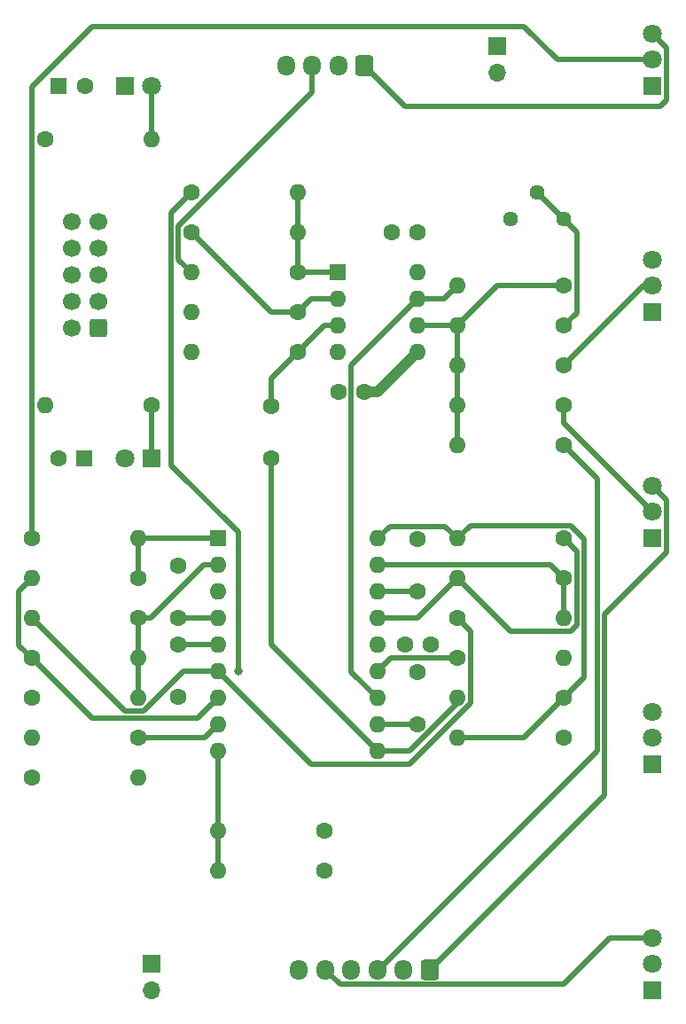
<source format=gtl>
G04 #@! TF.GenerationSoftware,KiCad,Pcbnew,(6.0.5)*
G04 #@! TF.CreationDate,2022-10-09T17:06:01+09:00*
G04 #@! TF.ProjectId,3320LPF,33333230-4c50-4462-9e6b-696361645f70,Ver.1.0*
G04 #@! TF.SameCoordinates,Original*
G04 #@! TF.FileFunction,Copper,L1,Top*
G04 #@! TF.FilePolarity,Positive*
%FSLAX46Y46*%
G04 Gerber Fmt 4.6, Leading zero omitted, Abs format (unit mm)*
G04 Created by KiCad (PCBNEW (6.0.5)) date 2022-10-09 17:06:01*
%MOMM*%
%LPD*%
G01*
G04 APERTURE LIST*
G04 Aperture macros list*
%AMRoundRect*
0 Rectangle with rounded corners*
0 $1 Rounding radius*
0 $2 $3 $4 $5 $6 $7 $8 $9 X,Y pos of 4 corners*
0 Add a 4 corners polygon primitive as box body*
4,1,4,$2,$3,$4,$5,$6,$7,$8,$9,$2,$3,0*
0 Add four circle primitives for the rounded corners*
1,1,$1+$1,$2,$3*
1,1,$1+$1,$4,$5*
1,1,$1+$1,$6,$7*
1,1,$1+$1,$8,$9*
0 Add four rect primitives between the rounded corners*
20,1,$1+$1,$2,$3,$4,$5,0*
20,1,$1+$1,$4,$5,$6,$7,0*
20,1,$1+$1,$6,$7,$8,$9,0*
20,1,$1+$1,$8,$9,$2,$3,0*%
G04 Aperture macros list end*
G04 #@! TA.AperFunction,ComponentPad*
%ADD10C,1.600000*%
G04 #@! TD*
G04 #@! TA.AperFunction,ComponentPad*
%ADD11O,1.600000X1.600000*%
G04 #@! TD*
G04 #@! TA.AperFunction,ComponentPad*
%ADD12R,1.700000X1.700000*%
G04 #@! TD*
G04 #@! TA.AperFunction,ComponentPad*
%ADD13O,1.700000X1.700000*%
G04 #@! TD*
G04 #@! TA.AperFunction,ComponentPad*
%ADD14R,1.800000X1.800000*%
G04 #@! TD*
G04 #@! TA.AperFunction,ComponentPad*
%ADD15C,1.800000*%
G04 #@! TD*
G04 #@! TA.AperFunction,ComponentPad*
%ADD16R,1.600000X1.600000*%
G04 #@! TD*
G04 #@! TA.AperFunction,ComponentPad*
%ADD17RoundRect,0.250000X0.600000X0.725000X-0.600000X0.725000X-0.600000X-0.725000X0.600000X-0.725000X0*%
G04 #@! TD*
G04 #@! TA.AperFunction,ComponentPad*
%ADD18O,1.700000X1.950000*%
G04 #@! TD*
G04 #@! TA.AperFunction,ComponentPad*
%ADD19C,1.440000*%
G04 #@! TD*
G04 #@! TA.AperFunction,ComponentPad*
%ADD20RoundRect,0.250000X0.600000X0.600000X-0.600000X0.600000X-0.600000X-0.600000X0.600000X-0.600000X0*%
G04 #@! TD*
G04 #@! TA.AperFunction,ComponentPad*
%ADD21C,1.700000*%
G04 #@! TD*
G04 #@! TA.AperFunction,ViaPad*
%ADD22C,0.800000*%
G04 #@! TD*
G04 #@! TA.AperFunction,Conductor*
%ADD23C,1.000000*%
G04 #@! TD*
G04 #@! TA.AperFunction,Conductor*
%ADD24C,0.500000*%
G04 #@! TD*
G04 APERTURE END LIST*
D10*
G04 #@! TO.P,R18,1*
G04 #@! TO.N,Net-(R16-Pad2)*
X162560000Y-116840000D03*
D11*
G04 #@! TO.P,R18,2*
G04 #@! TO.N,Net-(C10-Pad1)*
X152400000Y-116840000D03*
G04 #@! TD*
D12*
G04 #@! TO.P,J3,1,Pin_1*
G04 #@! TO.N,GND*
X156210000Y-54610000D03*
D13*
G04 #@! TO.P,J3,2,Pin_2*
X156210000Y-57150000D03*
G04 #@! TD*
D14*
G04 #@! TO.P,RV6,1,1*
G04 #@! TO.N,GND*
X171050000Y-123150000D03*
D15*
G04 #@! TO.P,RV6,2,2*
G04 #@! TO.N,Net-(R21-Pad1)*
X171050000Y-120650000D03*
G04 #@! TO.P,RV6,3,3*
G04 #@! TO.N,+12V*
X171050000Y-118150000D03*
G04 #@! TD*
D14*
G04 #@! TO.P,RV2,1,1*
G04 #@! TO.N,GND*
X171050000Y-101560000D03*
D15*
G04 #@! TO.P,RV2,2,2*
G04 #@! TO.N,Net-(R1-Pad1)*
X171050000Y-99060000D03*
G04 #@! TO.P,RV2,3,3*
G04 #@! TO.N,FREQ_CV1*
X171050000Y-96560000D03*
G04 #@! TD*
D10*
G04 #@! TO.P,R20,1*
G04 #@! TO.N,Net-(R20-Pad1)*
X139700000Y-133350000D03*
D11*
G04 #@! TO.P,R20,2*
G04 #@! TO.N,Net-(R20-Pad2)*
X129540000Y-133350000D03*
G04 #@! TD*
D10*
G04 #@! TO.P,C8,1*
G04 #@! TO.N,Net-(C8-Pad1)*
X148590000Y-119340000D03*
G04 #@! TO.P,C8,2*
G04 #@! TO.N,GND*
X148590000Y-114340000D03*
G04 #@! TD*
D14*
G04 #@! TO.P,D2,1,K*
G04 #@! TO.N,Net-(D2-Pad1)*
X123190000Y-93980000D03*
D15*
G04 #@! TO.P,D2,2,A*
G04 #@! TO.N,GND*
X120650000Y-93980000D03*
G04 #@! TD*
D10*
G04 #@! TO.P,C7,1*
G04 #@! TO.N,Net-(C7-Pad1)*
X148590000Y-106680000D03*
G04 #@! TO.P,C7,2*
G04 #@! TO.N,GND*
X148590000Y-101680000D03*
G04 #@! TD*
G04 #@! TO.P,C9,1*
G04 #@! TO.N,GND*
X149860000Y-111760000D03*
G04 #@! TO.P,C9,2*
G04 #@! TO.N,+12V*
X147360000Y-111760000D03*
G04 #@! TD*
G04 #@! TO.P,R23,1*
G04 #@! TO.N,Net-(R23-Pad1)*
X121920000Y-120650000D03*
D11*
G04 #@! TO.P,R23,2*
G04 #@! TO.N,GND*
X111760000Y-120650000D03*
G04 #@! TD*
D10*
G04 #@! TO.P,R3,1*
G04 #@! TO.N,Net-(R3-Pad1)*
X162560000Y-85090000D03*
D11*
G04 #@! TO.P,R3,2*
G04 #@! TO.N,Net-(R1-Pad2)*
X152400000Y-85090000D03*
G04 #@! TD*
D10*
G04 #@! TO.P,R7,1*
G04 #@! TO.N,Net-(R1-Pad2)*
X162560000Y-77470000D03*
D11*
G04 #@! TO.P,R7,2*
G04 #@! TO.N,Net-(R7-Pad2)*
X152400000Y-77470000D03*
G04 #@! TD*
D14*
G04 #@! TO.P,RV1,1,1*
G04 #@! TO.N,GND*
X171050000Y-58380000D03*
D15*
G04 #@! TO.P,RV1,2,2*
G04 #@! TO.N,Net-(R8-Pad1)*
X171050000Y-55880000D03*
G04 #@! TO.P,RV1,3,3*
G04 #@! TO.N,IN*
X171050000Y-53380000D03*
G04 #@! TD*
D16*
G04 #@! TO.P,C2,1*
G04 #@! TO.N,GND*
X116775113Y-93980000D03*
D10*
G04 #@! TO.P,C2,2*
G04 #@! TO.N,-12V*
X114275113Y-93980000D03*
G04 #@! TD*
G04 #@! TO.P,R17,1*
G04 #@! TO.N,-12V*
X162560000Y-120650000D03*
D11*
G04 #@! TO.P,R17,2*
G04 #@! TO.N,Net-(R16-Pad2)*
X152400000Y-120650000D03*
G04 #@! TD*
D10*
G04 #@! TO.P,C6,1*
G04 #@! TO.N,Net-(C6-Pad1)*
X125730000Y-109180000D03*
G04 #@! TO.P,C6,2*
G04 #@! TO.N,GND*
X125730000Y-104180000D03*
G04 #@! TD*
G04 #@! TO.P,R21,1*
G04 #@! TO.N,Net-(R21-Pad1)*
X139700000Y-129540000D03*
D11*
G04 #@! TO.P,R21,2*
G04 #@! TO.N,Net-(R20-Pad2)*
X129540000Y-129540000D03*
G04 #@! TD*
D10*
G04 #@! TO.P,R26,1*
G04 #@! TO.N,Net-(R24-Pad1)*
X127000000Y-72390000D03*
D11*
G04 #@! TO.P,R26,2*
G04 #@! TO.N,Net-(R25-Pad2)*
X137160000Y-72390000D03*
G04 #@! TD*
D10*
G04 #@! TO.P,C3,1*
G04 #@! TO.N,+12V*
X148590000Y-72390000D03*
G04 #@! TO.P,C3,2*
G04 #@! TO.N,GND*
X146090000Y-72390000D03*
G04 #@! TD*
D14*
G04 #@! TO.P,D1,1,K*
G04 #@! TO.N,GND*
X120650000Y-58420000D03*
D15*
G04 #@! TO.P,D1,2,A*
G04 #@! TO.N,Net-(R5-Pad2)*
X123190000Y-58420000D03*
G04 #@! TD*
D10*
G04 #@! TO.P,R4,1*
G04 #@! TO.N,Net-(R4-Pad1)*
X162560000Y-81280000D03*
D11*
G04 #@! TO.P,R4,2*
G04 #@! TO.N,Net-(R1-Pad2)*
X152400000Y-81280000D03*
G04 #@! TD*
D10*
G04 #@! TO.P,R1,1*
G04 #@! TO.N,Net-(R1-Pad1)*
X162560000Y-88900000D03*
D11*
G04 #@! TO.P,R1,2*
G04 #@! TO.N,Net-(R1-Pad2)*
X152400000Y-88900000D03*
G04 #@! TD*
D16*
G04 #@! TO.P,U2,1*
G04 #@! TO.N,Net-(R25-Pad2)*
X140970000Y-76200000D03*
D11*
G04 #@! TO.P,U2,2,-*
G04 #@! TO.N,Net-(R24-Pad1)*
X140970000Y-78740000D03*
G04 #@! TO.P,U2,3,+*
G04 #@! TO.N,Net-(C10-Pad2)*
X140970000Y-81280000D03*
G04 #@! TO.P,U2,4,V-*
G04 #@! TO.N,-12V*
X140970000Y-83820000D03*
G04 #@! TO.P,U2,5,+*
G04 #@! TO.N,GND*
X148590000Y-83820000D03*
G04 #@! TO.P,U2,6,-*
G04 #@! TO.N,Net-(R1-Pad2)*
X148590000Y-81280000D03*
G04 #@! TO.P,U2,7*
G04 #@! TO.N,Net-(R7-Pad2)*
X148590000Y-78740000D03*
G04 #@! TO.P,U2,8,V+*
G04 #@! TO.N,+12V*
X148590000Y-76200000D03*
G04 #@! TD*
D10*
G04 #@! TO.P,R2,1*
G04 #@! TO.N,FREQ_CV2*
X162560000Y-92710000D03*
D11*
G04 #@! TO.P,R2,2*
G04 #@! TO.N,Net-(R1-Pad2)*
X152400000Y-92710000D03*
G04 #@! TD*
D14*
G04 #@! TO.P,RV5,1,1*
G04 #@! TO.N,GND*
X171050000Y-144740000D03*
D15*
G04 #@! TO.P,RV5,2,2*
G04 #@! TO.N,Net-(R20-Pad1)*
X171050000Y-142240000D03*
G04 #@! TO.P,RV5,3,3*
G04 #@! TO.N,RES_CV*
X171050000Y-139740000D03*
G04 #@! TD*
D17*
G04 #@! TO.P,J5,1,Pin_1*
G04 #@! TO.N,FREQ_CV1*
X149760000Y-142765000D03*
D18*
G04 #@! TO.P,J5,2,Pin_2*
G04 #@! TO.N,GND*
X147260000Y-142765000D03*
G04 #@! TO.P,J5,3,Pin_3*
G04 #@! TO.N,FREQ_CV2*
X144760000Y-142765000D03*
G04 #@! TO.P,J5,4,Pin_4*
G04 #@! TO.N,GND*
X142260000Y-142765000D03*
G04 #@! TO.P,J5,5,Pin_5*
G04 #@! TO.N,RES_CV*
X139760000Y-142765000D03*
G04 #@! TO.P,J5,6,Pin_6*
G04 #@! TO.N,GND*
X137260000Y-142765000D03*
G04 #@! TD*
D12*
G04 #@! TO.P,J2,1,Pin_1*
G04 #@! TO.N,GND*
X123190000Y-142240000D03*
D13*
G04 #@! TO.P,J2,2,Pin_2*
X123190000Y-144780000D03*
G04 #@! TD*
D10*
G04 #@! TO.P,C10,1*
G04 #@! TO.N,Net-(C10-Pad1)*
X134620000Y-93940000D03*
G04 #@! TO.P,C10,2*
G04 #@! TO.N,Net-(C10-Pad2)*
X134620000Y-88940000D03*
G04 #@! TD*
D19*
G04 #@! TO.P,RV4,1,1*
G04 #@! TO.N,-12V*
X157480000Y-71120000D03*
G04 #@! TO.P,RV4,2,2*
G04 #@! TO.N,Net-(R4-Pad1)*
X160020000Y-68580000D03*
G04 #@! TO.P,RV4,3,3*
X162560000Y-71120000D03*
G04 #@! TD*
D10*
G04 #@! TO.P,C5,1*
G04 #@! TO.N,Net-(C5-Pad1)*
X125730000Y-111720000D03*
G04 #@! TO.P,C5,2*
G04 #@! TO.N,GND*
X125730000Y-116720000D03*
G04 #@! TD*
D17*
G04 #@! TO.P,J4,1,Pin_1*
G04 #@! TO.N,IN*
X143510000Y-56405000D03*
D18*
G04 #@! TO.P,J4,2,Pin_2*
G04 #@! TO.N,GND*
X141010000Y-56405000D03*
G04 #@! TO.P,J4,3,Pin_3*
G04 #@! TO.N,OUT*
X138510000Y-56405000D03*
G04 #@! TO.P,J4,4,Pin_4*
G04 #@! TO.N,GND*
X136010000Y-56405000D03*
G04 #@! TD*
D10*
G04 #@! TO.P,C4,1*
G04 #@! TO.N,GND*
X143510000Y-87630000D03*
G04 #@! TO.P,C4,2*
G04 #@! TO.N,-12V*
X141010000Y-87630000D03*
G04 #@! TD*
D16*
G04 #@! TO.P,U1,1,IN1*
G04 #@! TO.N,Net-(R8-Pad2)*
X129540000Y-101600000D03*
D11*
G04 #@! TO.P,U1,2,IN2*
G04 #@! TO.N,Net-(R10-Pad2)*
X129540000Y-104140000D03*
G04 #@! TO.P,U1,3,GND*
G04 #@! TO.N,GND*
X129540000Y-106680000D03*
G04 #@! TO.P,U1,4,CAP2*
G04 #@! TO.N,Net-(C6-Pad1)*
X129540000Y-109220000D03*
G04 #@! TO.P,U1,5,CAP1*
G04 #@! TO.N,Net-(C5-Pad1)*
X129540000Y-111760000D03*
G04 #@! TO.P,U1,6,OUT2*
G04 #@! TO.N,Net-(R12-Pad2)*
X129540000Y-114300000D03*
G04 #@! TO.P,U1,7,OUT1*
G04 #@! TO.N,Net-(R10-Pad1)*
X129540000Y-116840000D03*
G04 #@! TO.P,U1,8,VRES*
G04 #@! TO.N,Net-(R23-Pad1)*
X129540000Y-119380000D03*
G04 #@! TO.P,U1,9,IRES*
G04 #@! TO.N,Net-(R20-Pad2)*
X129540000Y-121920000D03*
G04 #@! TO.P,U1,10,OUT4*
G04 #@! TO.N,Net-(C10-Pad1)*
X144780000Y-121920000D03*
G04 #@! TO.P,U1,11,CAP4*
G04 #@! TO.N,Net-(C8-Pad1)*
X144780000Y-119380000D03*
G04 #@! TO.P,U1,12,VCFI*
G04 #@! TO.N,Net-(R7-Pad2)*
X144780000Y-116840000D03*
G04 #@! TO.P,U1,13,VEE*
G04 #@! TO.N,Net-(R19-Pad1)*
X144780000Y-114300000D03*
G04 #@! TO.P,U1,14,VCC*
G04 #@! TO.N,+12V*
X144780000Y-111760000D03*
G04 #@! TO.P,U1,15,OUT3*
G04 #@! TO.N,Net-(R15-Pad2)*
X144780000Y-109220000D03*
G04 #@! TO.P,U1,16,CAP3*
G04 #@! TO.N,Net-(C7-Pad1)*
X144780000Y-106680000D03*
G04 #@! TO.P,U1,17,IN3*
G04 #@! TO.N,Net-(R13-Pad2)*
X144780000Y-104140000D03*
G04 #@! TO.P,U1,18,IN4*
G04 #@! TO.N,Net-(R16-Pad2)*
X144780000Y-101600000D03*
G04 #@! TD*
D10*
G04 #@! TO.P,R19,1*
G04 #@! TO.N,Net-(R19-Pad1)*
X152400000Y-113030000D03*
D11*
G04 #@! TO.P,R19,2*
G04 #@! TO.N,-12V*
X162560000Y-113030000D03*
G04 #@! TD*
D10*
G04 #@! TO.P,R25,1*
G04 #@! TO.N,Net-(R23-Pad1)*
X127000000Y-68580000D03*
D11*
G04 #@! TO.P,R25,2*
G04 #@! TO.N,Net-(R25-Pad2)*
X137160000Y-68580000D03*
G04 #@! TD*
D10*
G04 #@! TO.P,R9,1*
G04 #@! TO.N,Net-(R8-Pad2)*
X121920000Y-105410000D03*
D11*
G04 #@! TO.P,R9,2*
G04 #@! TO.N,Net-(R10-Pad1)*
X111760000Y-105410000D03*
G04 #@! TD*
D10*
G04 #@! TO.P,R24,1*
G04 #@! TO.N,Net-(R24-Pad1)*
X137160000Y-80010000D03*
D11*
G04 #@! TO.P,R24,2*
G04 #@! TO.N,GND*
X127000000Y-80010000D03*
G04 #@! TD*
D16*
G04 #@! TO.P,C1,1*
G04 #@! TO.N,+12V*
X114300000Y-58420000D03*
D10*
G04 #@! TO.P,C1,2*
G04 #@! TO.N,GND*
X116800000Y-58420000D03*
G04 #@! TD*
G04 #@! TO.P,R8,1*
G04 #@! TO.N,Net-(R8-Pad1)*
X111760000Y-101600000D03*
D11*
G04 #@! TO.P,R8,2*
G04 #@! TO.N,Net-(R8-Pad2)*
X121920000Y-101600000D03*
G04 #@! TD*
D10*
G04 #@! TO.P,R13,1*
G04 #@! TO.N,Net-(R12-Pad2)*
X152400000Y-109220000D03*
D11*
G04 #@! TO.P,R13,2*
G04 #@! TO.N,Net-(R13-Pad2)*
X162560000Y-109220000D03*
G04 #@! TD*
D10*
G04 #@! TO.P,R11,1*
G04 #@! TO.N,-12V*
X111760000Y-116840000D03*
D11*
G04 #@! TO.P,R11,2*
G04 #@! TO.N,Net-(R10-Pad2)*
X121920000Y-116840000D03*
G04 #@! TD*
D10*
G04 #@! TO.P,R5,1*
G04 #@! TO.N,+12V*
X113030000Y-63500000D03*
D11*
G04 #@! TO.P,R5,2*
G04 #@! TO.N,Net-(R5-Pad2)*
X123190000Y-63500000D03*
G04 #@! TD*
D10*
G04 #@! TO.P,R27,1*
G04 #@! TO.N,Net-(R25-Pad2)*
X137160000Y-76200000D03*
D11*
G04 #@! TO.P,R27,2*
G04 #@! TO.N,OUT*
X127000000Y-76200000D03*
G04 #@! TD*
D10*
G04 #@! TO.P,R12,1*
G04 #@! TO.N,Net-(R10-Pad2)*
X121920000Y-109220000D03*
D11*
G04 #@! TO.P,R12,2*
G04 #@! TO.N,Net-(R12-Pad2)*
X111760000Y-109220000D03*
G04 #@! TD*
D10*
G04 #@! TO.P,R16,1*
G04 #@! TO.N,Net-(R15-Pad2)*
X162560000Y-101600000D03*
D11*
G04 #@! TO.P,R16,2*
G04 #@! TO.N,Net-(R16-Pad2)*
X152400000Y-101600000D03*
G04 #@! TD*
D10*
G04 #@! TO.P,R10,1*
G04 #@! TO.N,Net-(R10-Pad1)*
X111760000Y-113030000D03*
D11*
G04 #@! TO.P,R10,2*
G04 #@! TO.N,Net-(R10-Pad2)*
X121920000Y-113030000D03*
G04 #@! TD*
D10*
G04 #@! TO.P,R22,1*
G04 #@! TO.N,Net-(C10-Pad2)*
X137160000Y-83820000D03*
D11*
G04 #@! TO.P,R22,2*
G04 #@! TO.N,GND*
X127000000Y-83820000D03*
G04 #@! TD*
D10*
G04 #@! TO.P,R14,1*
G04 #@! TO.N,-12V*
X111760000Y-124460000D03*
D11*
G04 #@! TO.P,R14,2*
G04 #@! TO.N,Net-(R13-Pad2)*
X121920000Y-124460000D03*
G04 #@! TD*
D14*
G04 #@! TO.P,RV3,1,1*
G04 #@! TO.N,GND*
X171050000Y-79970000D03*
D15*
G04 #@! TO.P,RV3,2,2*
G04 #@! TO.N,Net-(R3-Pad1)*
X171050000Y-77470000D03*
G04 #@! TO.P,RV3,3,3*
G04 #@! TO.N,+12V*
X171050000Y-74970000D03*
G04 #@! TD*
D10*
G04 #@! TO.P,R6,1*
G04 #@! TO.N,Net-(D2-Pad1)*
X123190000Y-88900000D03*
D11*
G04 #@! TO.P,R6,2*
G04 #@! TO.N,-12V*
X113030000Y-88900000D03*
G04 #@! TD*
D20*
G04 #@! TO.P,J1,1,Pin_1*
G04 #@! TO.N,-12V*
X118110000Y-81534000D03*
D21*
G04 #@! TO.P,J1,2,Pin_2*
X115570000Y-81534000D03*
G04 #@! TO.P,J1,3,Pin_3*
G04 #@! TO.N,GND*
X118110000Y-78994000D03*
G04 #@! TO.P,J1,4,Pin_4*
X115570000Y-78994000D03*
G04 #@! TO.P,J1,5,Pin_5*
X118110000Y-76454000D03*
G04 #@! TO.P,J1,6,Pin_6*
X115570000Y-76454000D03*
G04 #@! TO.P,J1,7,Pin_7*
X118110000Y-73914000D03*
G04 #@! TO.P,J1,8,Pin_8*
X115570000Y-73914000D03*
G04 #@! TO.P,J1,9,Pin_9*
G04 #@! TO.N,+12V*
X118110000Y-71374000D03*
G04 #@! TO.P,J1,10,Pin_10*
X115570000Y-71374000D03*
G04 #@! TD*
D10*
G04 #@! TO.P,R15,1*
G04 #@! TO.N,Net-(R13-Pad2)*
X162560000Y-105410000D03*
D11*
G04 #@! TO.P,R15,2*
G04 #@! TO.N,Net-(R15-Pad2)*
X152400000Y-105410000D03*
G04 #@! TD*
D22*
G04 #@! TO.N,Net-(R23-Pad1)*
X131445000Y-114300000D03*
G04 #@! TD*
D23*
G04 #@! TO.N,GND*
X143510000Y-87630000D02*
X144780000Y-87630000D01*
X144780000Y-87630000D02*
X148590000Y-83820000D01*
D24*
G04 #@! TO.N,Net-(C5-Pad1)*
X129500000Y-111720000D02*
X129540000Y-111760000D01*
X125730000Y-111720000D02*
X129500000Y-111720000D01*
G04 #@! TO.N,Net-(C6-Pad1)*
X125730000Y-109180000D02*
X129500000Y-109180000D01*
X129500000Y-109180000D02*
X129540000Y-109220000D01*
G04 #@! TO.N,Net-(C7-Pad1)*
X144780000Y-106680000D02*
X148590000Y-106680000D01*
G04 #@! TO.N,Net-(C8-Pad1)*
X148550000Y-119380000D02*
X148590000Y-119340000D01*
X144780000Y-119380000D02*
X148550000Y-119380000D01*
G04 #@! TO.N,Net-(C10-Pad1)*
X134620000Y-111760000D02*
X134620000Y-93940000D01*
X144780000Y-121920000D02*
X147777076Y-121920000D01*
X147777076Y-121920000D02*
X152400000Y-117297076D01*
X144780000Y-121920000D02*
X134620000Y-111760000D01*
X152400000Y-117297076D02*
X152400000Y-116840000D01*
G04 #@! TO.N,Net-(C10-Pad2)*
X134620000Y-88940000D02*
X134620000Y-86360000D01*
X139700000Y-81280000D02*
X137160000Y-83820000D01*
X140970000Y-81280000D02*
X139700000Y-81280000D01*
X134620000Y-86360000D02*
X137160000Y-83820000D01*
G04 #@! TO.N,IN*
X172399511Y-54729511D02*
X172399511Y-59729511D01*
X171050000Y-53380000D02*
X172399511Y-54729511D01*
X147430000Y-60325000D02*
X143510000Y-56405000D01*
X172399511Y-59729511D02*
X171804022Y-60325000D01*
X171804022Y-60325000D02*
X147430000Y-60325000D01*
G04 #@! TO.N,OUT*
X127000000Y-76200000D02*
X125750489Y-74950489D01*
X138510000Y-58975000D02*
X138510000Y-56405000D01*
X125750489Y-71734511D02*
X138510000Y-58975000D01*
X125750489Y-74950489D02*
X125750489Y-71734511D01*
G04 #@! TO.N,FREQ_CV1*
X172399511Y-97909511D02*
X171050000Y-96560000D01*
X166434519Y-121625249D02*
X166434519Y-108874503D01*
X172399511Y-102909511D02*
X172399511Y-97909511D01*
X149760000Y-142765000D02*
X166434520Y-126090480D01*
X166434519Y-108874503D02*
X172399511Y-102909511D01*
X166434520Y-126090480D02*
X166434519Y-121625249D01*
G04 #@! TO.N,FREQ_CV2*
X165735000Y-95885000D02*
X162560000Y-92710000D01*
X144885000Y-142765000D02*
X165735000Y-121915000D01*
X144760000Y-142765000D02*
X144885000Y-142765000D01*
X165735000Y-121915000D02*
X165735000Y-95885000D01*
G04 #@! TO.N,RES_CV*
X166965000Y-139740000D02*
X171050000Y-139740000D01*
X139760000Y-142765000D02*
X141184520Y-144189520D01*
X141184520Y-144189520D02*
X162515480Y-144189520D01*
X162515480Y-144189520D02*
X166965000Y-139740000D01*
G04 #@! TO.N,Net-(R1-Pad1)*
X171050000Y-99060000D02*
X162560000Y-90570000D01*
X162560000Y-90570000D02*
X162560000Y-88900000D01*
G04 #@! TO.N,Net-(R1-Pad2)*
X148590000Y-81280000D02*
X152400000Y-81280000D01*
X152400000Y-85090000D02*
X152400000Y-88900000D01*
X152400000Y-81280000D02*
X152400000Y-85090000D01*
X152400000Y-81280000D02*
X156210000Y-77470000D01*
X152400000Y-92710000D02*
X152400000Y-88900000D01*
X156210000Y-77470000D02*
X162560000Y-77470000D01*
G04 #@! TO.N,Net-(R3-Pad1)*
X162560000Y-85090000D02*
X170180000Y-77470000D01*
X170180000Y-77470000D02*
X171050000Y-77470000D01*
G04 #@! TO.N,Net-(R4-Pad1)*
X160020000Y-68580000D02*
X162560000Y-71120000D01*
X163809511Y-80030489D02*
X162560000Y-81280000D01*
X163809511Y-72369511D02*
X163809511Y-80030489D01*
X162560000Y-71120000D02*
X163809511Y-72369511D01*
G04 #@! TO.N,Net-(R7-Pad2)*
X148590000Y-78740000D02*
X142260489Y-85069511D01*
X148590000Y-78740000D02*
X151130000Y-78740000D01*
X142260489Y-85069511D02*
X142260489Y-114320489D01*
X142260489Y-114320489D02*
X144780000Y-116840000D01*
X151130000Y-78740000D02*
X152400000Y-77470000D01*
G04 #@! TO.N,Net-(R8-Pad1)*
X158750000Y-52705000D02*
X117515978Y-52705000D01*
X111760000Y-58460978D02*
X111760000Y-101600000D01*
X171050000Y-55880000D02*
X161925000Y-55880000D01*
X117515978Y-52705000D02*
X111760000Y-58460978D01*
X161925000Y-55880000D02*
X158750000Y-52705000D01*
G04 #@! TO.N,Net-(R8-Pad2)*
X121920000Y-101600000D02*
X121920000Y-105410000D01*
X129540000Y-101600000D02*
X121920000Y-101600000D01*
G04 #@! TO.N,Net-(R10-Pad1)*
X110510489Y-106659511D02*
X110510489Y-111780489D01*
X111760000Y-105410000D02*
X110510489Y-106659511D01*
X129540000Y-116840000D02*
X127590970Y-118789030D01*
X127590970Y-118789030D02*
X117519030Y-118789030D01*
X117519030Y-118789030D02*
X111760000Y-113030000D01*
X110510489Y-111780489D02*
X111760000Y-113030000D01*
G04 #@! TO.N,Net-(R10-Pad2)*
X121920000Y-113030000D02*
X121920000Y-116840000D01*
X121920000Y-109220000D02*
X123051370Y-109220000D01*
X121920000Y-109220000D02*
X121920000Y-113030000D01*
X128131370Y-104140000D02*
X129540000Y-104140000D01*
X123051370Y-109220000D02*
X128131370Y-104140000D01*
G04 #@! TO.N,Net-(R12-Pad2)*
X153670000Y-117337076D02*
X153670000Y-110490000D01*
X120629511Y-118089511D02*
X111760000Y-109220000D01*
X147837565Y-123169511D02*
X153670000Y-117337076D01*
X122437565Y-118089511D02*
X120629511Y-118089511D01*
X126227076Y-114300000D02*
X122437565Y-118089511D01*
X129540000Y-114300000D02*
X138409511Y-123169511D01*
X138409511Y-123169511D02*
X147837565Y-123169511D01*
X129540000Y-114300000D02*
X126227076Y-114300000D01*
X153670000Y-110490000D02*
X152400000Y-109220000D01*
G04 #@! TO.N,Net-(R13-Pad2)*
X162560000Y-105410000D02*
X162560000Y-109220000D01*
X161290000Y-104140000D02*
X162560000Y-105410000D01*
X144780000Y-104140000D02*
X161290000Y-104140000D01*
G04 #@! TO.N,Net-(R15-Pad2)*
X148590000Y-109220000D02*
X152400000Y-105410000D01*
X157459511Y-110469511D02*
X163215489Y-110469511D01*
X163809511Y-102849511D02*
X162560000Y-101600000D01*
X152400000Y-105410000D02*
X157459511Y-110469511D01*
X163215489Y-110469511D02*
X163809511Y-109875489D01*
X163809511Y-109875489D02*
X163809511Y-102849511D01*
X144780000Y-109220000D02*
X148590000Y-109220000D01*
G04 #@! TO.N,Net-(R16-Pad2)*
X164509031Y-114890969D02*
X162560000Y-116840000D01*
X152400000Y-120650000D02*
X158750000Y-120650000D01*
X144780000Y-101600000D02*
X145949511Y-100430489D01*
X158750000Y-120650000D02*
X162560000Y-116840000D01*
X164509031Y-101644031D02*
X164509031Y-114890969D01*
X163215489Y-100350489D02*
X164509031Y-101644031D01*
X145949511Y-100430489D02*
X151230489Y-100430489D01*
X152400000Y-101600000D02*
X153649511Y-100350489D01*
X153649511Y-100350489D02*
X163215489Y-100350489D01*
X151230489Y-100430489D02*
X152400000Y-101600000D01*
G04 #@! TO.N,Net-(R19-Pad1)*
X144780000Y-114300000D02*
X146050000Y-113030000D01*
X146050000Y-113030000D02*
X152400000Y-113030000D01*
G04 #@! TO.N,Net-(R20-Pad2)*
X129540000Y-133350000D02*
X129540000Y-129540000D01*
X129540000Y-129540000D02*
X129540000Y-121920000D01*
G04 #@! TO.N,Net-(R23-Pad1)*
X125050969Y-70529031D02*
X125050969Y-94611947D01*
X125050969Y-94611947D02*
X131445000Y-101005978D01*
X128270000Y-120650000D02*
X129540000Y-119380000D01*
X127000000Y-68580000D02*
X125050969Y-70529031D01*
X121920000Y-120650000D02*
X128270000Y-120650000D01*
X131445000Y-101005978D02*
X131445000Y-114300000D01*
G04 #@! TO.N,Net-(R24-Pad1)*
X140970000Y-78740000D02*
X138430000Y-78740000D01*
X137160000Y-80010000D02*
X134620000Y-80010000D01*
X134620000Y-80010000D02*
X127000000Y-72390000D01*
X138430000Y-78740000D02*
X137160000Y-80010000D01*
G04 #@! TO.N,Net-(R25-Pad2)*
X137160000Y-76200000D02*
X137160000Y-72390000D01*
X137160000Y-72390000D02*
X137160000Y-68580000D01*
X140970000Y-76200000D02*
X137160000Y-76200000D01*
G04 #@! TO.N,Net-(R5-Pad2)*
X123190000Y-58420000D02*
X123190000Y-63500000D01*
G04 #@! TO.N,Net-(D2-Pad1)*
X123190000Y-88900000D02*
X123190000Y-93980000D01*
G04 #@! TD*
M02*

</source>
